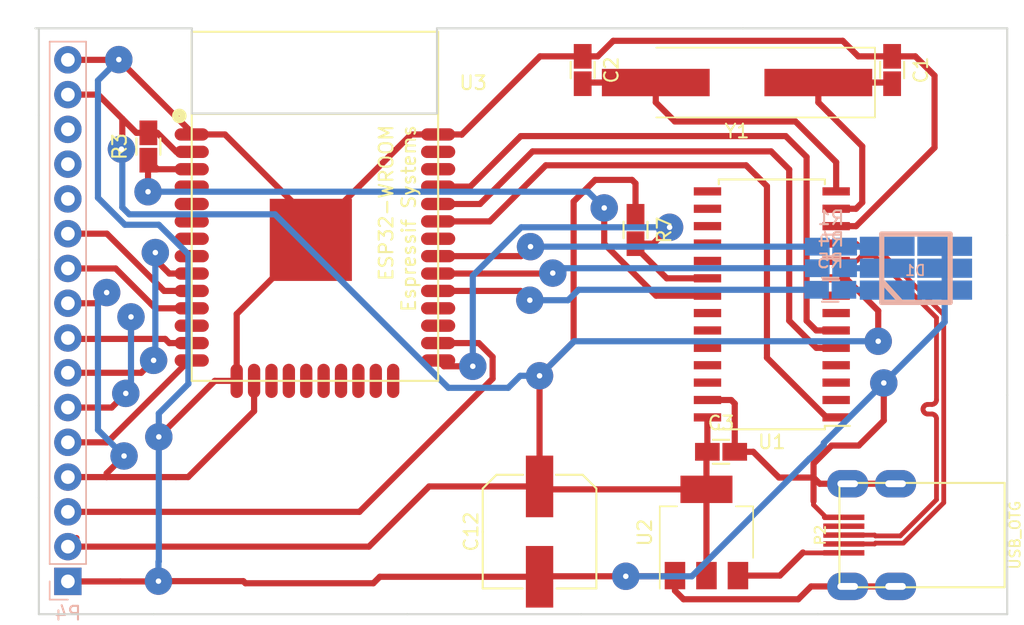
<source format=kicad_pcb>
(kicad_pcb (version 20170920) (host pcbnew "(2017-09-25 revision 6e440ff)-master")

  (general
    (thickness 1.6)
    (drawings 19)
    (tracks 328)
    (zones 0)
    (modules 16)
    (nets 64)
  )

  (page USLetter)
  (layers
    (0 F.Cu signal)
    (31 B.Cu signal)
    (32 B.Adhes user)
    (33 F.Adhes user)
    (34 B.Paste user)
    (35 F.Paste user)
    (36 B.SilkS user)
    (37 F.SilkS user)
    (38 B.Mask user)
    (39 F.Mask user)
    (40 Dwgs.User user)
    (41 Cmts.User user)
    (42 Eco1.User user)
    (43 Eco2.User user)
    (44 Edge.Cuts user)
    (45 Margin user)
    (46 B.CrtYd user)
    (47 F.CrtYd user)
    (48 B.Fab user)
    (49 F.Fab user)
  )

  (setup
    (last_trace_width 0.25)
    (user_trace_width 0.35)
    (trace_clearance 0.19)
    (zone_clearance 0.45)
    (zone_45_only no)
    (trace_min 0.2)
    (segment_width 0.2)
    (edge_width 0.15)
    (via_size 2)
    (via_drill 0.4)
    (via_min_size 1.5)
    (via_min_drill 0.3)
    (uvia_size 0.3)
    (uvia_drill 0.1)
    (uvias_allowed no)
    (uvia_min_size 0.2)
    (uvia_min_drill 0.1)
    (pcb_text_width 0.3)
    (pcb_text_size 1.5 1.5)
    (mod_edge_width 0.15)
    (mod_text_size 1 1)
    (mod_text_width 0.15)
    (pad_size 1.524 1.524)
    (pad_drill 0.762)
    (pad_to_mask_clearance 0.2)
    (aux_axis_origin 119.38 80.645)
    (visible_elements FFFFFF7F)
    (pcbplotparams
      (layerselection 0x00030_ffffffff)
      (usegerberextensions false)
      (usegerberattributes true)
      (usegerberadvancedattributes true)
      (creategerberjobfile true)
      (excludeedgelayer true)
      (linewidth 0.100000)
      (plotframeref false)
      (viasonmask false)
      (mode 1)
      (useauxorigin false)
      (hpglpennumber 1)
      (hpglpenspeed 20)
      (hpglpendiameter 15)
      (psnegative false)
      (psa4output false)
      (plotreference true)
      (plotvalue true)
      (plotinvisibletext false)
      (padsonsilk false)
      (subtractmaskfromsilk false)
      (outputformat 5)
      (mirror false)
      (drillshape 0)
      (scaleselection 1)
      (outputdirectory /Users/adam.coddington/Desktop/))
  )

  (net 0 "")
  (net 1 GND)
  (net 2 +5V)
  (net 3 "Net-(P2-Pad4)")
  (net 4 +3V3)
  (net 5 LED_BLUE)
  (net 6 LED_GREEN)
  (net 7 LED_RED)
  (net 8 MOSI)
  (net 9 SCK)
  (net 10 MISO)
  (net 11 "Net-(P4-Pad14)")
  (net 12 "Net-(P4-Pad13)")
  (net 13 "Net-(P4-Pad12)")
  (net 14 RESET_TFT)
  (net 15 A0)
  (net 16 CS_SD)
  (net 17 CS_TFT)
  (net 18 TXD)
  (net 19 RXD)
  (net 20 "Net-(U1-Pad15)")
  (net 21 "Net-(U3-Pad18)")
  (net 22 UD-)
  (net 23 UD+)
  (net 24 "Net-(C2-Pad2)")
  (net 25 "Net-(U3-Pad20)")
  (net 26 "Net-(U3-Pad19)")
  (net 27 "Net-(U3-Pad17)")
  (net 28 "Net-(U3-Pad21)")
  (net 29 "Net-(U3-Pad22)")
  (net 30 DTR)
  (net 31 RTS)
  (net 32 "Net-(C1-Pad2)")
  (net 33 "Net-(D1-Pad6)")
  (net 34 "Net-(D1-Pad5)")
  (net 35 "Net-(D1-Pad4)")
  (net 36 "Net-(U3-Pad37)")
  (net 37 "Net-(U3-Pad36)")
  (net 38 "Net-(U3-Pad32)")
  (net 39 "Net-(U3-Pad24)")
  (net 40 "Net-(U3-Pad23)")
  (net 41 "Net-(U3-Pad12)")
  (net 42 "Net-(U3-Pad8)")
  (net 43 "Net-(U3-Pad5)")
  (net 44 "Net-(U3-Pad4)")
  (net 45 "Net-(U3-Pad28)")
  (net 46 "Net-(U3-Pad6)")
  (net 47 "Net-(U3-Pad7)")
  (net 48 USB_CONNECTED)
  (net 49 "Net-(U1-Pad2)")
  (net 50 "Net-(U1-Pad3)")
  (net 51 "Net-(U1-Pad4)")
  (net 52 "Net-(U1-Pad7)")
  (net 53 "Net-(U1-Pad8)")
  (net 54 "Net-(U1-Pad16)")
  (net 55 "Net-(U1-Pad17)")
  (net 56 "Net-(U1-Pad18)")
  (net 57 "Net-(U1-Pad19)")
  (net 58 "Net-(U1-Pad22)")
  (net 59 "Net-(U1-Pad23)")
  (net 60 "Net-(U1-Pad24)")
  (net 61 "Net-(U1-Pad25)")
  (net 62 "Net-(U1-Pad26)")
  (net 63 "Net-(U3-Pad27)")

  (net_class Default "This is the default net class."
    (clearance 0.19)
    (trace_width 0.25)
    (via_dia 2)
    (via_drill 0.4)
    (uvia_dia 0.3)
    (uvia_drill 0.1)
    (add_net A0)
    (add_net CS_SD)
    (add_net CS_TFT)
    (add_net DTR)
    (add_net LED_BLUE)
    (add_net LED_GREEN)
    (add_net LED_RED)
    (add_net MISO)
    (add_net MOSI)
    (add_net "Net-(C1-Pad2)")
    (add_net "Net-(C2-Pad2)")
    (add_net "Net-(D1-Pad4)")
    (add_net "Net-(D1-Pad5)")
    (add_net "Net-(D1-Pad6)")
    (add_net "Net-(P2-Pad4)")
    (add_net "Net-(P4-Pad12)")
    (add_net "Net-(P4-Pad13)")
    (add_net "Net-(P4-Pad14)")
    (add_net "Net-(U1-Pad15)")
    (add_net "Net-(U1-Pad16)")
    (add_net "Net-(U1-Pad17)")
    (add_net "Net-(U1-Pad18)")
    (add_net "Net-(U1-Pad19)")
    (add_net "Net-(U1-Pad2)")
    (add_net "Net-(U1-Pad22)")
    (add_net "Net-(U1-Pad23)")
    (add_net "Net-(U1-Pad24)")
    (add_net "Net-(U1-Pad25)")
    (add_net "Net-(U1-Pad26)")
    (add_net "Net-(U1-Pad3)")
    (add_net "Net-(U1-Pad4)")
    (add_net "Net-(U1-Pad7)")
    (add_net "Net-(U1-Pad8)")
    (add_net "Net-(U3-Pad12)")
    (add_net "Net-(U3-Pad17)")
    (add_net "Net-(U3-Pad18)")
    (add_net "Net-(U3-Pad19)")
    (add_net "Net-(U3-Pad20)")
    (add_net "Net-(U3-Pad21)")
    (add_net "Net-(U3-Pad22)")
    (add_net "Net-(U3-Pad23)")
    (add_net "Net-(U3-Pad24)")
    (add_net "Net-(U3-Pad27)")
    (add_net "Net-(U3-Pad28)")
    (add_net "Net-(U3-Pad32)")
    (add_net "Net-(U3-Pad36)")
    (add_net "Net-(U3-Pad37)")
    (add_net "Net-(U3-Pad4)")
    (add_net "Net-(U3-Pad5)")
    (add_net "Net-(U3-Pad6)")
    (add_net "Net-(U3-Pad7)")
    (add_net "Net-(U3-Pad8)")
    (add_net RESET_TFT)
    (add_net RTS)
    (add_net RXD)
    (add_net SCK)
    (add_net TXD)
    (add_net UD+)
    (add_net UD-)
    (add_net USB_CONNECTED)
  )

  (net_class Power ""
    (clearance 0.19)
    (trace_width 0.45)
    (via_dia 2)
    (via_drill 0.4)
    (uvia_dia 0.3)
    (uvia_drill 0.1)
    (add_net +3V3)
    (add_net +5V)
    (add_net GND)
  )

  (module Pin_Headers:Pin_Header_Straight_1x16_Pitch2.54mm (layer B.Cu) (tedit 59F3E431) (tstamp 58EAE40D)
    (at 121.5 78.25)
    (descr "Through hole straight pin header, 1x16, 2.54mm pitch, single row")
    (tags "Through hole pin header THT 1x16 2.54mm single row")
    (path /58EAE691)
    (fp_text reference P4 (at 0 2.33) (layer B.SilkS)
      (effects (font (size 1 1) (thickness 0.15)) (justify mirror))
    )
    (fp_text value CONN_01X16 (at 0 -40.43) (layer B.Fab)
      (effects (font (size 1 1) (thickness 0.15)) (justify mirror))
    )
    (fp_text user %R (at 0 2.33) (layer B.Fab)
      (effects (font (size 1 1) (thickness 0.15)) (justify mirror))
    )
    (fp_line (start 1.8 1.8) (end -1.8 1.8) (layer B.CrtYd) (width 0.05))
    (fp_line (start 1.8 -39.9) (end 1.8 1.8) (layer B.CrtYd) (width 0.05))
    (fp_line (start -1.8 -39.9) (end 1.8 -39.9) (layer B.CrtYd) (width 0.05))
    (fp_line (start -1.8 1.8) (end -1.8 -39.9) (layer B.CrtYd) (width 0.05))
    (fp_line (start -1.33 1.33) (end 0 1.33) (layer B.SilkS) (width 0.12))
    (fp_line (start -1.33 0) (end -1.33 1.33) (layer B.SilkS) (width 0.12))
    (fp_line (start 1.33 -1.27) (end -1.33 -1.27) (layer B.SilkS) (width 0.12))
    (fp_line (start 1.33 -39.43) (end 1.33 -1.27) (layer B.SilkS) (width 0.12))
    (fp_line (start -1.33 -39.43) (end 1.33 -39.43) (layer B.SilkS) (width 0.12))
    (fp_line (start -1.33 -1.27) (end -1.33 -39.43) (layer B.SilkS) (width 0.12))
    (fp_line (start 1.27 1.27) (end -1.27 1.27) (layer B.Fab) (width 0.1))
    (fp_line (start 1.27 -39.37) (end 1.27 1.27) (layer B.Fab) (width 0.1))
    (fp_line (start -1.27 -39.37) (end 1.27 -39.37) (layer B.Fab) (width 0.1))
    (fp_line (start -1.27 1.27) (end -1.27 -39.37) (layer B.Fab) (width 0.1))
    (pad 16 thru_hole oval (at 0 -38.1) (size 2 2) (drill 1) (layers *.Cu *.Mask)
      (net 1 GND))
    (pad 15 thru_hole oval (at 0 -35.56) (size 2 2) (drill 1) (layers *.Cu *.Mask)
      (net 4 +3V3))
    (pad 14 thru_hole oval (at 0 -33.02) (size 2 2) (drill 1) (layers *.Cu *.Mask)
      (net 11 "Net-(P4-Pad14)"))
    (pad 13 thru_hole oval (at 0 -30.48) (size 2 2) (drill 1) (layers *.Cu *.Mask)
      (net 12 "Net-(P4-Pad13)"))
    (pad 12 thru_hole oval (at 0 -27.94) (size 2 2) (drill 1) (layers *.Cu *.Mask)
      (net 13 "Net-(P4-Pad12)"))
    (pad 11 thru_hole oval (at 0 -25.4) (size 2 2) (drill 1) (layers *.Cu *.Mask)
      (net 14 RESET_TFT))
    (pad 10 thru_hole oval (at 0 -22.86) (size 2 2) (drill 1) (layers *.Cu *.Mask)
      (net 15 A0))
    (pad 9 thru_hole oval (at 0 -20.32) (size 2 2) (drill 1) (layers *.Cu *.Mask)
      (net 8 MOSI))
    (pad 8 thru_hole oval (at 0 -17.78) (size 2 2) (drill 1) (layers *.Cu *.Mask)
      (net 9 SCK))
    (pad 7 thru_hole oval (at 0 -15.24) (size 2 2) (drill 1) (layers *.Cu *.Mask)
      (net 17 CS_TFT))
    (pad 6 thru_hole oval (at 0 -12.7) (size 2 2) (drill 1) (layers *.Cu *.Mask)
      (net 9 SCK))
    (pad 5 thru_hole oval (at 0 -10.16) (size 2 2) (drill 1) (layers *.Cu *.Mask)
      (net 10 MISO))
    (pad 4 thru_hole oval (at 0 -7.62) (size 2 2) (drill 1) (layers *.Cu *.Mask)
      (net 8 MOSI))
    (pad 3 thru_hole oval (at 0 -5.08) (size 2 2) (drill 1) (layers *.Cu *.Mask)
      (net 16 CS_SD))
    (pad 2 thru_hole oval (at 0 -2.54) (size 2 2) (drill 1) (layers *.Cu *.Mask)
      (net 4 +3V3))
    (pad 1 thru_hole rect (at 0 0) (size 2 2) (drill 1) (layers *.Cu *.Mask)
      (net 1 GND))
    (model ${KISYS3DMOD}/Pin_Headers.3dshapes/Pin_Header_Straight_1x16_Pitch2.54mm.wrl
      (at (xyz 0 -0.75 0))
      (scale (xyz 1 1 1))
      (rotate (xyz 0 0 90))
    )
  )

  (module KiCad/Housings_SOIC.pretty:SOIC-28W_7.5x17.9mm_Pitch1.27mm (layer F.Cu) (tedit 57503567) (tstamp 5A2A9941)
    (at 172.9232 58.0136 180)
    (descr "28-Lead Plastic Small Outline (SO) - Wide, 7.50 mm Body [SOIC] (see Microchip Packaging Specification 00000049BS.pdf)")
    (tags "SOIC 1.27")
    (path /59F3DECD)
    (attr smd)
    (fp_text reference U1 (at 0 -10.05 180) (layer F.SilkS)
      (effects (font (size 1 1) (thickness 0.15)))
    )
    (fp_text value CH341A (at 0 10.05 180) (layer F.Fab)
      (effects (font (size 1 1) (thickness 0.15)))
    )
    (fp_line (start -2.75 -8.95) (end 3.75 -8.95) (layer F.Fab) (width 0.15))
    (fp_line (start 3.75 -8.95) (end 3.75 8.95) (layer F.Fab) (width 0.15))
    (fp_line (start 3.75 8.95) (end -3.75 8.95) (layer F.Fab) (width 0.15))
    (fp_line (start -3.75 8.95) (end -3.75 -7.95) (layer F.Fab) (width 0.15))
    (fp_line (start -3.75 -7.95) (end -2.75 -8.95) (layer F.Fab) (width 0.15))
    (fp_line (start -5.95 -9.3) (end -5.95 9.3) (layer F.CrtYd) (width 0.05))
    (fp_line (start 5.95 -9.3) (end 5.95 9.3) (layer F.CrtYd) (width 0.05))
    (fp_line (start -5.95 -9.3) (end 5.95 -9.3) (layer F.CrtYd) (width 0.05))
    (fp_line (start -5.95 9.3) (end 5.95 9.3) (layer F.CrtYd) (width 0.05))
    (fp_line (start -3.875 -9.125) (end -3.875 -8.875) (layer F.SilkS) (width 0.15))
    (fp_line (start 3.875 -9.125) (end 3.875 -8.78) (layer F.SilkS) (width 0.15))
    (fp_line (start 3.875 9.125) (end 3.875 8.78) (layer F.SilkS) (width 0.15))
    (fp_line (start -3.875 9.125) (end -3.875 8.78) (layer F.SilkS) (width 0.15))
    (fp_line (start -3.875 -9.125) (end 3.875 -9.125) (layer F.SilkS) (width 0.15))
    (fp_line (start -3.875 9.125) (end 3.875 9.125) (layer F.SilkS) (width 0.15))
    (fp_line (start -3.875 -8.875) (end -5.7 -8.875) (layer F.SilkS) (width 0.15))
    (pad 1 smd rect (at -4.7 -8.255 180) (size 2 0.6) (layers F.Cu F.Paste F.Mask)
      (net 48 USB_CONNECTED))
    (pad 2 smd rect (at -4.7 -6.985 180) (size 2 0.6) (layers F.Cu F.Paste F.Mask)
      (net 49 "Net-(U1-Pad2)"))
    (pad 3 smd rect (at -4.7 -5.715 180) (size 2 0.6) (layers F.Cu F.Paste F.Mask)
      (net 50 "Net-(U1-Pad3)"))
    (pad 4 smd rect (at -4.7 -4.445 180) (size 2 0.6) (layers F.Cu F.Paste F.Mask)
      (net 51 "Net-(U1-Pad4)"))
    (pad 5 smd rect (at -4.7 -3.175 180) (size 2 0.6) (layers F.Cu F.Paste F.Mask)
      (net 19 RXD))
    (pad 6 smd rect (at -4.7 -1.905 180) (size 2 0.6) (layers F.Cu F.Paste F.Mask)
      (net 18 TXD))
    (pad 7 smd rect (at -4.7 -0.635 180) (size 2 0.6) (layers F.Cu F.Paste F.Mask)
      (net 52 "Net-(U1-Pad7)"))
    (pad 8 smd rect (at -4.7 0.635 180) (size 2 0.6) (layers F.Cu F.Paste F.Mask)
      (net 53 "Net-(U1-Pad8)"))
    (pad 9 smd rect (at -4.7 1.905 180) (size 2 0.6) (layers F.Cu F.Paste F.Mask)
      (net 4 +3V3))
    (pad 10 smd rect (at -4.7 3.175 180) (size 2 0.6) (layers F.Cu F.Paste F.Mask)
      (net 23 UD+))
    (pad 11 smd rect (at -4.7 4.445 180) (size 2 0.6) (layers F.Cu F.Paste F.Mask)
      (net 22 UD-))
    (pad 12 smd rect (at -4.7 5.715 180) (size 2 0.6) (layers F.Cu F.Paste F.Mask)
      (net 1 GND))
    (pad 13 smd rect (at -4.7 6.985 180) (size 2 0.6) (layers F.Cu F.Paste F.Mask)
      (net 32 "Net-(C1-Pad2)"))
    (pad 14 smd rect (at -4.7 8.255 180) (size 2 0.6) (layers F.Cu F.Paste F.Mask)
      (net 24 "Net-(C2-Pad2)"))
    (pad 15 smd rect (at 4.7 8.255 180) (size 2 0.6) (layers F.Cu F.Paste F.Mask)
      (net 20 "Net-(U1-Pad15)"))
    (pad 16 smd rect (at 4.7 6.985 180) (size 2 0.6) (layers F.Cu F.Paste F.Mask)
      (net 54 "Net-(U1-Pad16)"))
    (pad 17 smd rect (at 4.7 5.715 180) (size 2 0.6) (layers F.Cu F.Paste F.Mask)
      (net 55 "Net-(U1-Pad17)"))
    (pad 18 smd rect (at 4.7 4.445 180) (size 2 0.6) (layers F.Cu F.Paste F.Mask)
      (net 56 "Net-(U1-Pad18)"))
    (pad 19 smd rect (at 4.7 3.175 180) (size 2 0.6) (layers F.Cu F.Paste F.Mask)
      (net 57 "Net-(U1-Pad19)"))
    (pad 20 smd rect (at 4.7 1.905 180) (size 2 0.6) (layers F.Cu F.Paste F.Mask)
      (net 30 DTR))
    (pad 21 smd rect (at 4.7 0.635 180) (size 2 0.6) (layers F.Cu F.Paste F.Mask)
      (net 31 RTS))
    (pad 22 smd rect (at 4.7 -0.635 180) (size 2 0.6) (layers F.Cu F.Paste F.Mask)
      (net 58 "Net-(U1-Pad22)"))
    (pad 23 smd rect (at 4.7 -1.905 180) (size 2 0.6) (layers F.Cu F.Paste F.Mask)
      (net 59 "Net-(U1-Pad23)"))
    (pad 24 smd rect (at 4.7 -3.175 180) (size 2 0.6) (layers F.Cu F.Paste F.Mask)
      (net 60 "Net-(U1-Pad24)"))
    (pad 25 smd rect (at 4.7 -4.445 180) (size 2 0.6) (layers F.Cu F.Paste F.Mask)
      (net 61 "Net-(U1-Pad25)"))
    (pad 26 smd rect (at 4.7 -5.715 180) (size 2 0.6) (layers F.Cu F.Paste F.Mask)
      (net 62 "Net-(U1-Pad26)"))
    (pad 27 smd rect (at 4.7 -6.985 180) (size 2 0.6) (layers F.Cu F.Paste F.Mask)
      (net 1 GND))
    (pad 28 smd rect (at 4.7 -8.255 180) (size 2 0.6) (layers F.Cu F.Paste F.Mask)
      (net 4 +3V3))
    (model Housings_SOIC.3dshapes/SOIC-28_7.5x17.9mm_Pitch1.27mm.wrl
      (at (xyz 0 0 0))
      (scale (xyz 1 1 1))
      (rotate (xyz 0 0 0))
    )
  )

  (module coddingtonbear/coddingtonbear.pretty:0805_Milling (layer F.Cu) (tedit 59DB0152) (tstamp 59FE1B29)
    (at 162.9664 52.578 270)
    (descr "Resistor SMD 0805, reflow soldering, Vishay (see dcrcw.pdf)")
    (tags "resistor 0805")
    (path /59DA6E4B)
    (attr smd)
    (fp_text reference R7 (at 0 -2.1 270) (layer F.SilkS)
      (effects (font (size 1 1) (thickness 0.15)))
    )
    (fp_text value 10k (at 0 2.1 270) (layer F.Fab)
      (effects (font (size 1 1) (thickness 0.15)))
    )
    (fp_line (start 0.6 0.875) (end -0.6 0.875) (layer F.SilkS) (width 0.15))
    (fp_line (start -0.6 -0.875) (end 0.6 -0.875) (layer F.SilkS) (width 0.15))
    (pad 1 smd rect (at -1 0 270) (size 1.8 1.3) (layers F.Cu F.Paste F.Mask)
      (net 4 +3V3))
    (pad 2 smd rect (at 1 0 270) (size 1.8 1.3) (layers F.Cu F.Paste F.Mask)
      (net 30 DTR))
    (model Resistors_SMD.3dshapes/R_0805.wrl
      (at (xyz 0 0 0))
      (scale (xyz 1 1 1))
      (rotate (xyz 0 0 0))
    )
  )

  (module coddingtonbear/coddingtonbear.pretty:0805_Milling (layer B.Cu) (tedit 59DB0152) (tstamp 5A83034C)
    (at 177.2412 53.7972 180)
    (descr "Resistor SMD 0805, reflow soldering, Vishay (see dcrcw.pdf)")
    (tags "resistor 0805")
    (path /59F2E35C)
    (attr smd)
    (fp_text reference R1 (at 0 2.1 180) (layer B.SilkS)
      (effects (font (size 1 1) (thickness 0.15)) (justify mirror))
    )
    (fp_text value 10 (at 0 -2.1 180) (layer B.Fab)
      (effects (font (size 1 1) (thickness 0.15)) (justify mirror))
    )
    (fp_line (start 0.6 -0.875) (end -0.6 -0.875) (layer B.SilkS) (width 0.15))
    (fp_line (start -0.6 0.875) (end 0.6 0.875) (layer B.SilkS) (width 0.15))
    (pad 1 smd rect (at -1 0 180) (size 1.8 1.3) (layers B.Cu B.Paste B.Mask)
      (net 35 "Net-(D1-Pad4)"))
    (pad 2 smd rect (at 1 0 180) (size 1.8 1.3) (layers B.Cu B.Paste B.Mask)
      (net 5 LED_BLUE))
    (model Resistors_SMD.3dshapes/R_0805.wrl
      (at (xyz 0 0 0))
      (scale (xyz 1 1 1))
      (rotate (xyz 0 0 0))
    )
  )

  (module coddingtonbear/coddingtonbear.pretty:0805_Milling (layer B.Cu) (tedit 59DB0152) (tstamp 5A223102)
    (at 177.2412 55.372 180)
    (descr "Resistor SMD 0805, reflow soldering, Vishay (see dcrcw.pdf)")
    (tags "resistor 0805")
    (path /59F2E3A3)
    (attr smd)
    (fp_text reference R4 (at 0 2.1 180) (layer B.SilkS)
      (effects (font (size 1 1) (thickness 0.15)) (justify mirror))
    )
    (fp_text value 10 (at 0 -2.1 180) (layer B.Fab)
      (effects (font (size 1 1) (thickness 0.15)) (justify mirror))
    )
    (fp_line (start 0.6 -0.875) (end -0.6 -0.875) (layer B.SilkS) (width 0.15))
    (fp_line (start -0.6 0.875) (end 0.6 0.875) (layer B.SilkS) (width 0.15))
    (pad 1 smd rect (at -1 0 180) (size 1.8 1.3) (layers B.Cu B.Paste B.Mask)
      (net 34 "Net-(D1-Pad5)"))
    (pad 2 smd rect (at 1 0 180) (size 1.8 1.3) (layers B.Cu B.Paste B.Mask)
      (net 6 LED_GREEN))
    (model Resistors_SMD.3dshapes/R_0805.wrl
      (at (xyz 0 0 0))
      (scale (xyz 1 1 1))
      (rotate (xyz 0 0 0))
    )
  )

  (module coddingtonbear/coddingtonbear.pretty:0805_Milling (layer F.Cu) (tedit 59DB0152) (tstamp 5A2230FA)
    (at 127.381 46.482 90)
    (descr "Resistor SMD 0805, reflow soldering, Vishay (see dcrcw.pdf)")
    (tags "resistor 0805")
    (path /59DA5BE7)
    (attr smd)
    (fp_text reference R3 (at 0 -2.1 90) (layer F.SilkS)
      (effects (font (size 1 1) (thickness 0.15)))
    )
    (fp_text value 10k (at 0 2.1 90) (layer F.Fab)
      (effects (font (size 1 1) (thickness 0.15)))
    )
    (fp_line (start 0.6 0.875) (end -0.6 0.875) (layer F.SilkS) (width 0.15))
    (fp_line (start -0.6 -0.875) (end 0.6 -0.875) (layer F.SilkS) (width 0.15))
    (pad 1 smd rect (at -1 0 90) (size 1.8 1.3) (layers F.Cu F.Paste F.Mask)
      (net 31 RTS))
    (pad 2 smd rect (at 1 0 90) (size 1.8 1.3) (layers F.Cu F.Paste F.Mask)
      (net 4 +3V3))
    (model Resistors_SMD.3dshapes/R_0805.wrl
      (at (xyz 0 0 0))
      (scale (xyz 1 1 1))
      (rotate (xyz 0 0 0))
    )
  )

  (module coddingtonbear/coddingtonbear.pretty:0805_Milling (layer B.Cu) (tedit 59DB0152) (tstamp 59FE1B19)
    (at 177.1904 56.9468 180)
    (descr "Resistor SMD 0805, reflow soldering, Vishay (see dcrcw.pdf)")
    (tags "resistor 0805")
    (path /59F2E3DC)
    (attr smd)
    (fp_text reference R5 (at 0 2.1 180) (layer B.SilkS)
      (effects (font (size 1 1) (thickness 0.15)) (justify mirror))
    )
    (fp_text value 150 (at 0 -2.1 180) (layer B.Fab)
      (effects (font (size 1 1) (thickness 0.15)) (justify mirror))
    )
    (fp_line (start 0.6 -0.875) (end -0.6 -0.875) (layer B.SilkS) (width 0.15))
    (fp_line (start -0.6 0.875) (end 0.6 0.875) (layer B.SilkS) (width 0.15))
    (pad 1 smd rect (at -1 0 180) (size 1.8 1.3) (layers B.Cu B.Paste B.Mask)
      (net 33 "Net-(D1-Pad6)"))
    (pad 2 smd rect (at 1 0 180) (size 1.8 1.3) (layers B.Cu B.Paste B.Mask)
      (net 7 LED_RED))
    (model Resistors_SMD.3dshapes/R_0805.wrl
      (at (xyz 0 0 0))
      (scale (xyz 1 1 1))
      (rotate (xyz 0 0 0))
    )
  )

  (module coddingtonbear/coddingtonbear.pretty:0805_Milling (layer F.Cu) (tedit 59DB0152) (tstamp 59FE1ACC)
    (at 169.2148 68.7832)
    (descr "Resistor SMD 0805, reflow soldering, Vishay (see dcrcw.pdf)")
    (tags "resistor 0805")
    (path /59F2A45F)
    (attr smd)
    (fp_text reference C3 (at 0 -2.1) (layer F.SilkS)
      (effects (font (size 1 1) (thickness 0.15)))
    )
    (fp_text value 0.1u (at 0 2.1) (layer F.Fab)
      (effects (font (size 1 1) (thickness 0.15)))
    )
    (fp_line (start 0.6 0.875) (end -0.6 0.875) (layer F.SilkS) (width 0.15))
    (fp_line (start -0.6 -0.875) (end 0.6 -0.875) (layer F.SilkS) (width 0.15))
    (pad 1 smd rect (at -1 0) (size 1.8 1.3) (layers F.Cu F.Paste F.Mask)
      (net 4 +3V3))
    (pad 2 smd rect (at 1 0) (size 1.8 1.3) (layers F.Cu F.Paste F.Mask)
      (net 1 GND))
    (model Resistors_SMD.3dshapes/R_0805.wrl
      (at (xyz 0 0 0))
      (scale (xyz 1 1 1))
      (rotate (xyz 0 0 0))
    )
  )

  (module coddingtonbear/coddingtonbear.pretty:0805_Milling (layer F.Cu) (tedit 59F3E108) (tstamp 59FE1AC5)
    (at 159.1056 40.894 270)
    (descr "Resistor SMD 0805, reflow soldering, Vishay (see dcrcw.pdf)")
    (tags "resistor 0805")
    (path /59D962BF)
    (attr smd)
    (fp_text reference C2 (at 0 -2.1 270) (layer F.SilkS)
      (effects (font (size 1 1) (thickness 0.15)))
    )
    (fp_text value 22p (at 0 2.1 270) (layer F.Fab)
      (effects (font (size 1 1) (thickness 0.15)))
    )
    (fp_line (start 0.6 0.875) (end -0.6 0.875) (layer F.SilkS) (width 0.15))
    (fp_line (start -0.6 -0.875) (end 0.6 -0.875) (layer F.SilkS) (width 0.15))
    (pad 1 smd rect (at -1 0 270) (size 1.8 1.3) (layers F.Cu F.Paste F.Mask)
      (net 1 GND))
    (pad 2 smd rect (at 1 0 270) (size 1.8 1.3) (layers F.Cu F.Paste F.Mask)
      (net 24 "Net-(C2-Pad2)"))
    (model Resistors_SMD.3dshapes/R_0805.wrl
      (at (xyz 0 0 0))
      (scale (xyz 1 1 1))
      (rotate (xyz 0 0 0))
    )
  )

  (module coddingtonbear/coddingtonbear.pretty:0805_Milling (layer F.Cu) (tedit 59DB0152) (tstamp 59FE1ABE)
    (at 181.7116 40.894 270)
    (descr "Resistor SMD 0805, reflow soldering, Vishay (see dcrcw.pdf)")
    (tags "resistor 0805")
    (path /59D96260)
    (attr smd)
    (fp_text reference C1 (at 0 -2.1 270) (layer F.SilkS)
      (effects (font (size 1 1) (thickness 0.15)))
    )
    (fp_text value 22p (at 0 2.1 270) (layer F.Fab)
      (effects (font (size 1 1) (thickness 0.15)))
    )
    (fp_line (start 0.6 0.875) (end -0.6 0.875) (layer F.SilkS) (width 0.15))
    (fp_line (start -0.6 -0.875) (end 0.6 -0.875) (layer F.SilkS) (width 0.15))
    (pad 1 smd rect (at -1 0 270) (size 1.8 1.3) (layers F.Cu F.Paste F.Mask)
      (net 1 GND))
    (pad 2 smd rect (at 1 0 270) (size 1.8 1.3) (layers F.Cu F.Paste F.Mask)
      (net 32 "Net-(C1-Pad2)"))
    (model Resistors_SMD.3dshapes/R_0805.wrl
      (at (xyz 0 0 0))
      (scale (xyz 1 1 1))
      (rotate (xyz 0 0 0))
    )
  )

  (module adamjvr/ESP32-kiCAD-Footprints/ESP32-Footprints/ESP32-footprints-Lib.pretty:ESP32-WROOM (layer F.Cu) (tedit 57D08EA8) (tstamp 5A8303A6)
    (at 139.5476 50.8508 180)
    (path /59F2B570)
    (fp_text reference U3 (at -11.557 9.017 180) (layer F.SilkS)
      (effects (font (size 1 1) (thickness 0.15)))
    )
    (fp_text value ESP32-WROOM (at 5.715 14.224 180) (layer F.Fab)
      (effects (font (size 1 1) (thickness 0.15)))
    )
    (fp_text user "Espressif Systems" (at -6.858 -0.889 270) (layer F.SilkS)
      (effects (font (size 1 1) (thickness 0.15)))
    )
    (fp_circle (center 9.906 6.604) (end 10.033 6.858) (layer F.SilkS) (width 0.5))
    (fp_text user ESP32-WROOM (at -5.207 0.254 270) (layer F.SilkS)
      (effects (font (size 1 1) (thickness 0.15)))
    )
    (fp_line (start -9 6.75) (end 9 6.75) (layer F.SilkS) (width 0.15))
    (fp_line (start 9 12.75) (end 9 -12.75) (layer F.SilkS) (width 0.15))
    (fp_line (start -9 12.75) (end -9 -12.75) (layer F.SilkS) (width 0.15))
    (fp_line (start -9 -12.75) (end 9 -12.75) (layer F.SilkS) (width 0.15))
    (fp_line (start -9 12.75) (end 9 12.75) (layer F.SilkS) (width 0.15))
    (pad 38 smd oval (at -9 5.25 180) (size 2.5 0.9) (layers F.Cu F.Paste F.Mask)
      (net 1 GND))
    (pad 37 smd oval (at -9 3.98 180) (size 2.5 0.9) (layers F.Cu F.Paste F.Mask)
      (net 36 "Net-(U3-Pad37)"))
    (pad 36 smd oval (at -9 2.71 180) (size 2.5 0.9) (layers F.Cu F.Paste F.Mask)
      (net 37 "Net-(U3-Pad36)"))
    (pad 35 smd oval (at -9 1.44 180) (size 2.5 0.9) (layers F.Cu F.Paste F.Mask)
      (net 18 TXD))
    (pad 34 smd oval (at -9 0.17 180) (size 2.5 0.9) (layers F.Cu F.Paste F.Mask)
      (net 19 RXD))
    (pad 33 smd oval (at -9 -1.1 180) (size 2.5 0.9) (layers F.Cu F.Paste F.Mask)
      (net 48 USB_CONNECTED))
    (pad 32 smd oval (at -9 -2.37 180) (size 2.5 0.9) (layers F.Cu F.Paste F.Mask)
      (net 38 "Net-(U3-Pad32)"))
    (pad 31 smd oval (at -9 -3.64 180) (size 2.5 0.9) (layers F.Cu F.Paste F.Mask)
      (net 5 LED_BLUE))
    (pad 30 smd oval (at -9 -4.91 180) (size 2.5 0.9) (layers F.Cu F.Paste F.Mask)
      (net 6 LED_GREEN))
    (pad 29 smd oval (at -9 -6.18 180) (size 2.5 0.9) (layers F.Cu F.Paste F.Mask)
      (net 7 LED_RED))
    (pad 28 smd oval (at -9 -7.45 180) (size 2.5 0.9) (layers F.Cu F.Paste F.Mask)
      (net 45 "Net-(U3-Pad28)"))
    (pad 27 smd oval (at -9 -8.72 180) (size 2.5 0.9) (layers F.Cu F.Paste F.Mask)
      (net 63 "Net-(U3-Pad27)"))
    (pad 26 smd oval (at -9 -9.99 180) (size 2.5 0.9) (layers F.Cu F.Paste F.Mask)
      (net 16 CS_SD))
    (pad 25 smd oval (at -9 -11.26 180) (size 2.5 0.9) (layers F.Cu F.Paste F.Mask)
      (net 30 DTR))
    (pad 24 smd oval (at -5.715 -12.75 180) (size 0.9 2.5) (layers F.Cu F.Paste F.Mask)
      (net 39 "Net-(U3-Pad24)"))
    (pad 23 smd oval (at -4.445 -12.75 180) (size 0.9 2.5) (layers F.Cu F.Paste F.Mask)
      (net 40 "Net-(U3-Pad23)"))
    (pad 22 smd oval (at -3.175 -12.75 180) (size 0.9 2.5) (layers F.Cu F.Paste F.Mask)
      (net 29 "Net-(U3-Pad22)"))
    (pad 21 smd oval (at -1.905 -12.75 180) (size 0.9 2.5) (layers F.Cu F.Paste F.Mask)
      (net 28 "Net-(U3-Pad21)"))
    (pad 20 smd oval (at -0.635 -12.75 180) (size 0.9 2.5) (layers F.Cu F.Paste F.Mask)
      (net 25 "Net-(U3-Pad20)"))
    (pad 19 smd oval (at 0.635 -12.75 180) (size 0.9 2.5) (layers F.Cu F.Paste F.Mask)
      (net 26 "Net-(U3-Pad19)"))
    (pad 18 smd oval (at 1.905 -12.75 180) (size 0.9 2.5) (layers F.Cu F.Paste F.Mask)
      (net 21 "Net-(U3-Pad18)"))
    (pad 17 smd oval (at 3.175 -12.75 180) (size 0.9 2.5) (layers F.Cu F.Paste F.Mask)
      (net 27 "Net-(U3-Pad17)"))
    (pad 16 smd oval (at 4.445 -12.75 180) (size 0.9 2.5) (layers F.Cu F.Paste F.Mask)
      (net 8 MOSI))
    (pad 15 smd oval (at 5.715 -12.75 180) (size 0.9 2.5) (layers F.Cu F.Paste F.Mask)
      (net 1 GND))
    (pad 14 smd oval (at 9 -11.26 180) (size 2.5 0.9) (layers F.Cu F.Paste F.Mask)
      (net 10 MISO))
    (pad 13 smd oval (at 9 -9.99 180) (size 2.5 0.9) (layers F.Cu F.Paste F.Mask)
      (net 9 SCK))
    (pad 12 smd oval (at 9 -8.72 180) (size 2.5 0.9) (layers F.Cu F.Paste F.Mask)
      (net 41 "Net-(U3-Pad12)"))
    (pad 11 smd oval (at 9 -7.45 180) (size 2.5 0.9) (layers F.Cu F.Paste F.Mask)
      (net 15 A0))
    (pad 10 smd oval (at 9 -6.18 180) (size 2.5 0.9) (layers F.Cu F.Paste F.Mask)
      (net 14 RESET_TFT))
    (pad 9 smd oval (at 9 -4.91 180) (size 2.5 0.9) (layers F.Cu F.Paste F.Mask)
      (net 17 CS_TFT))
    (pad 8 smd oval (at 9 -3.64 180) (size 2.5 0.9) (layers F.Cu F.Paste F.Mask)
      (net 42 "Net-(U3-Pad8)"))
    (pad 7 smd oval (at 9 -2.37 180) (size 2.5 0.9) (layers F.Cu F.Paste F.Mask)
      (net 47 "Net-(U3-Pad7)"))
    (pad 6 smd oval (at 9 -1.1 180) (size 2.5 0.9) (layers F.Cu F.Paste F.Mask)
      (net 46 "Net-(U3-Pad6)"))
    (pad 5 smd oval (at 9 0.17 180) (size 2.5 0.9) (layers F.Cu F.Paste F.Mask)
      (net 43 "Net-(U3-Pad5)"))
    (pad 4 smd oval (at 9 1.44 180) (size 2.5 0.9) (layers F.Cu F.Paste F.Mask)
      (net 44 "Net-(U3-Pad4)"))
    (pad 3 smd oval (at 9 2.71 180) (size 2.5 0.9) (layers F.Cu F.Paste F.Mask)
      (net 31 RTS))
    (pad 2 smd oval (at 9 3.98 180) (size 2.5 0.9) (layers F.Cu F.Paste F.Mask)
      (net 4 +3V3))
    (pad 1 smd oval (at 9 5.25 180) (size 2.5 0.9) (layers F.Cu F.Paste F.Mask)
      (net 1 GND))
    (pad 39 smd rect (at 0.3 -2.45 180) (size 6 6) (layers F.Cu F.Paste F.Mask)
      (net 1 GND))
  )

  (module coddingtonbear/coddingtonbear.pretty:UJ2-MIBH-4-SMT (layer F.Cu) (tedit 59D18952) (tstamp 5A5858D9)
    (at 177.8635 74.8665 90)
    (path /58EAD0A2)
    (fp_text reference P2 (at 0 -1.397 90) (layer F.SilkS)
      (effects (font (size 0.762 0.762) (thickness 0.127)))
    )
    (fp_text value USB_OTG (at 0 12.827 90) (layer F.SilkS)
      (effects (font (size 0.762 0.762) (thickness 0.127)))
    )
    (fp_line (start 3.81 0) (end 3.81 12.065) (layer F.SilkS) (width 0.15))
    (fp_line (start -3.81 0) (end 3.81 0) (layer F.SilkS) (width 0.15))
    (fp_line (start -3.81 12.065) (end 3.81 12.065) (layer F.SilkS) (width 0.15))
    (fp_line (start -3.81 0) (end -3.81 12.065) (layer F.SilkS) (width 0.15))
    (pad 6 thru_hole oval (at 3.75 4.1 90) (size 2 3) (drill oval 0.5 1.5) (layers *.Cu *.Mask)
      (net 1 GND))
    (pad 5 smd rect (at 1.29794 0.32004 90) (size 0.39878 3) (layers F.Cu F.Paste F.Mask)
      (net 1 GND) (clearance 0.2032))
    (pad 4 smd rect (at 0.6477 0.32004 90) (size 0.39878 3) (layers F.Cu F.Paste F.Mask)
      (net 3 "Net-(P2-Pad4)") (clearance 0.2032))
    (pad 3 smd rect (at 0 0.32004 90) (size 0.39878 3) (layers F.Cu F.Paste F.Mask)
      (net 23 UD+) (clearance 0.2032))
    (pad 2 smd rect (at -0.6477 0.32004 90) (size 0.39878 3) (layers F.Cu F.Paste F.Mask)
      (net 22 UD-) (clearance 0.2032))
    (pad 1 smd rect (at -1.29794 0.32004 90) (size 0.39878 3) (layers F.Cu F.Paste F.Mask)
      (net 2 +5V) (clearance 0.2032))
    (pad 6 thru_hole oval (at -3.75 0.6 90) (size 2 3) (drill oval 0.5 1.5) (layers *.Cu *.Mask)
      (net 1 GND))
    (pad 6 thru_hole oval (at 3.75 0.6 90) (size 2 3) (drill oval 0.5 1.5) (layers *.Cu *.Mask)
      (net 1 GND))
    (pad 6 thru_hole oval (at -3.75 4.1 90) (size 2 3) (drill oval 0.5 1.5) (layers *.Cu *.Mask)
      (net 1 GND))
  )

  (module KiCad/Crystals.pretty:Crystal_SMD_HC49-SD_HandSoldering (layer F.Cu) (tedit 5873B462) (tstamp 5A5EF642)
    (at 170.3832 41.8084 180)
    (descr "SMD Crystal HC-49-SD http://cdn-reichelt.de/documents/datenblatt/B400/xxx-HC49-SMD.pdf, hand-soldering, 11.4x4.7mm^2 package")
    (tags "SMD SMT crystal hand-soldering")
    (path /58EAC422)
    (attr smd)
    (fp_text reference Y1 (at 0 -3.55 180) (layer F.SilkS)
      (effects (font (size 1 1) (thickness 0.15)))
    )
    (fp_text value 12M (at 0 3.55 180) (layer F.Fab)
      (effects (font (size 1 1) (thickness 0.15)))
    )
    (fp_arc (start -3.015 0) (end -3.015 -2.115) (angle -180) (layer F.Fab) (width 0.1))
    (fp_arc (start 3.015 0) (end 3.015 -2.115) (angle 180) (layer F.Fab) (width 0.1))
    (fp_line (start -5.7 -2.35) (end -5.7 2.35) (layer F.Fab) (width 0.1))
    (fp_line (start -5.7 2.35) (end 5.7 2.35) (layer F.Fab) (width 0.1))
    (fp_line (start 5.7 2.35) (end 5.7 -2.35) (layer F.Fab) (width 0.1))
    (fp_line (start 5.7 -2.35) (end -5.7 -2.35) (layer F.Fab) (width 0.1))
    (fp_line (start -3.015 -2.115) (end 3.015 -2.115) (layer F.Fab) (width 0.1))
    (fp_line (start -3.015 2.115) (end 3.015 2.115) (layer F.Fab) (width 0.1))
    (fp_line (start 5.9 -2.55) (end -10.075 -2.55) (layer F.SilkS) (width 0.12))
    (fp_line (start -10.075 -2.55) (end -10.075 2.55) (layer F.SilkS) (width 0.12))
    (fp_line (start -10.075 2.55) (end 5.9 2.55) (layer F.SilkS) (width 0.12))
    (fp_line (start -10.2 -2.6) (end -10.2 2.6) (layer F.CrtYd) (width 0.05))
    (fp_line (start -10.2 2.6) (end 10.2 2.6) (layer F.CrtYd) (width 0.05))
    (fp_line (start 10.2 2.6) (end 10.2 -2.6) (layer F.CrtYd) (width 0.05))
    (fp_line (start 10.2 -2.6) (end -10.2 -2.6) (layer F.CrtYd) (width 0.05))
    (pad 1 smd rect (at -5.9375 0 180) (size 7.875 2) (layers F.Cu F.Mask)
      (net 32 "Net-(C1-Pad2)"))
    (pad 2 smd rect (at 5.9375 0 180) (size 7.875 2) (layers F.Cu F.Mask)
      (net 24 "Net-(C2-Pad2)"))
    (model Crystals.3dshapes/Crystal_SMD_HC49-SD_HandSoldering.wrl
      (at (xyz 0 0 0))
      (scale (xyz 1 1 1))
      (rotate (xyz 0 0 0))
    )
  )

  (module coddingtonbear/coddingtonbear.pretty:SLV6A-FKB-MILLING (layer B.Cu) (tedit 59F20E04) (tstamp 5A3ADF97)
    (at 183.4515 55.372 180)
    (path /58EAF025)
    (fp_text reference D1 (at 0.05334 -0.16256 180) (layer B.SilkS)
      (effects (font (size 0.762 0.762) (thickness 0.127)) (justify mirror))
    )
    (fp_text value LED_RGB (at 0 -3.429 180) (layer B.SilkS) hide
      (effects (font (size 0.762 0.762) (thickness 0.127)) (justify mirror))
    )
    (fp_line (start 1.143 -2.413) (end 2.413 -1.016) (layer B.SilkS) (width 0.381))
    (fp_line (start -2.49936 -2.49936) (end -2.49936 2.49936) (layer B.SilkS) (width 0.381))
    (fp_line (start -2.49936 2.49936) (end 2.49936 2.49936) (layer B.SilkS) (width 0.381))
    (fp_line (start 2.49936 2.49936) (end 2.49936 -2.49936) (layer B.SilkS) (width 0.381))
    (fp_line (start 2.49936 -2.49936) (end -2.49936 -2.49936) (layer B.SilkS) (width 0.381))
    (pad 3 smd rect (at -2.1 1.6002 90) (size 1.4 4) (layers B.Cu B.Paste B.Mask)
      (net 1 GND))
    (pad 2 smd rect (at -2.1 0 90) (size 1.4 4) (layers B.Cu B.Paste B.Mask)
      (net 1 GND))
    (pad 1 smd rect (at -2.1 -1.6002 90) (size 1.4 4) (layers B.Cu B.Paste B.Mask)
      (net 1 GND))
    (pad 6 smd rect (at 2.1 -1.6002 90) (size 1.4 4) (layers B.Cu B.Paste B.Mask)
      (net 33 "Net-(D1-Pad6)"))
    (pad 5 smd rect (at 2.1 0 90) (size 1.4 4) (layers B.Cu B.Paste B.Mask)
      (net 34 "Net-(D1-Pad5)"))
    (pad 4 smd rect (at 2.1 1.6002 90) (size 1.4 4) (layers B.Cu B.Paste B.Mask)
      (net 35 "Net-(D1-Pad4)"))
  )

  (module ohdsp/KiCad-Libs/MyKiCadLibs-Footprints.pretty:CAP-SMD-SIZE-F (layer F.Cu) (tedit 55A24DE7) (tstamp 5A464C2E)
    (at 155.956 74.6125)
    (path /58FCF5C8)
    (fp_text reference C12 (at -5 0 90) (layer F.SilkS)
      (effects (font (size 1 1) (thickness 0.15)))
    )
    (fp_text value 1000u (at 5 0 90) (layer F.Fab) hide
      (effects (font (size 1 1) (thickness 0.15)))
    )
    (fp_line (start -4.15 4.15) (end -1.25 4.15) (layer F.SilkS) (width 0.15))
    (fp_line (start 4.15 4.15) (end 1.25 4.15) (layer F.SilkS) (width 0.15))
    (fp_line (start -3.15 -4.15) (end -1.2 -4.15) (layer F.SilkS) (width 0.15))
    (fp_line (start 3.15 -4.15) (end 1.2 -4.15) (layer F.SilkS) (width 0.15))
    (fp_line (start 4.15 0) (end 4.15 -3.15) (layer F.SilkS) (width 0.15))
    (fp_line (start 4.15 -3.15) (end 3.15 -4.15) (layer F.SilkS) (width 0.15))
    (fp_line (start -3.15 -4.15) (end -4.15 -3.15) (layer F.SilkS) (width 0.15))
    (fp_line (start -4.15 -3.15) (end -4.15 0.05) (layer F.SilkS) (width 0.15))
    (fp_line (start -4.15 0) (end -4.15 4.15) (layer F.SilkS) (width 0.15))
    (fp_line (start 4.15 4.15) (end 4.15 0) (layer F.SilkS) (width 0.15))
    (pad 1 smd rect (at 0 -3.3) (size 2 4.5) (layers F.Cu F.Paste F.Mask)
      (net 4 +3V3))
    (pad 2 smd rect (at 0 3.3) (size 2 4.5) (layers F.Cu F.Paste F.Mask)
      (net 1 GND))
  )

  (module TO_SOT_Packages_SMD:SOT-223 (layer F.Cu) (tedit 58CE4E7E) (tstamp 58EAE36F)
    (at 168.148 74.676 90)
    (descr "module CMS SOT223 4 pins")
    (tags "CMS SOT")
    (path /58EAED93)
    (attr smd)
    (fp_text reference U2 (at 0 -4.5 90) (layer F.SilkS)
      (effects (font (size 1 1) (thickness 0.15)))
    )
    (fp_text value AP111733 (at 0 4.5 90) (layer F.Fab)
      (effects (font (size 1 1) (thickness 0.15)))
    )
    (fp_line (start 1.85 -3.35) (end 1.85 3.35) (layer F.Fab) (width 0.1))
    (fp_line (start -1.85 3.35) (end 1.85 3.35) (layer F.Fab) (width 0.1))
    (fp_line (start -4.1 -3.41) (end 1.91 -3.41) (layer F.SilkS) (width 0.12))
    (fp_line (start -0.8 -3.35) (end 1.85 -3.35) (layer F.Fab) (width 0.1))
    (fp_line (start -1.85 3.41) (end 1.91 3.41) (layer F.SilkS) (width 0.12))
    (fp_line (start -1.85 -2.3) (end -1.85 3.35) (layer F.Fab) (width 0.1))
    (fp_line (start -4.4 -3.6) (end -4.4 3.6) (layer F.CrtYd) (width 0.05))
    (fp_line (start -4.4 3.6) (end 4.4 3.6) (layer F.CrtYd) (width 0.05))
    (fp_line (start 4.4 3.6) (end 4.4 -3.6) (layer F.CrtYd) (width 0.05))
    (fp_line (start 4.4 -3.6) (end -4.4 -3.6) (layer F.CrtYd) (width 0.05))
    (fp_line (start 1.91 -3.41) (end 1.91 -2.15) (layer F.SilkS) (width 0.12))
    (fp_line (start 1.91 3.41) (end 1.91 2.15) (layer F.SilkS) (width 0.12))
    (fp_line (start -1.85 -2.3) (end -0.8 -3.35) (layer F.Fab) (width 0.1))
    (fp_text user %R (at 0 0 90) (layer F.Fab)
      (effects (font (size 0.8 0.8) (thickness 0.12)))
    )
    (pad 1 smd rect (at -3.15 -2.3 90) (size 2 1.5) (layers F.Cu F.Paste F.Mask)
      (net 1 GND))
    (pad 3 smd rect (at -3.15 2.3 90) (size 2 1.5) (layers F.Cu F.Paste F.Mask)
      (net 2 +5V))
    (pad 2 smd rect (at -3.15 0 90) (size 2 1.5) (layers F.Cu F.Paste F.Mask)
      (net 4 +3V3))
    (pad 4 smd rect (at 3.15 0 90) (size 2 3.8) (layers F.Cu F.Paste F.Mask)
      (net 4 +3V3))
    (model ${KISYS3DMOD}/TO_SOT_Packages_SMD.3dshapes/SOT-223.wrl
      (at (xyz 0 0 0))
      (scale (xyz 1 1 1))
      (rotate (xyz 0 0 0))
    )
  )

  (gr_line (start 130.556 44.069) (end 130.556 37.846) (angle 90) (layer Edge.Cuts) (width 0.15))
  (gr_line (start 148.463 44.069) (end 130.556 44.069) (angle 90) (layer Edge.Cuts) (width 0.15))
  (gr_line (start 148.463 37.846) (end 148.463 44.069) (angle 90) (layer Edge.Cuts) (width 0.15))
  (gr_line (start 119.38 44.196) (end 119.38 37.846) (angle 90) (layer Edge.Cuts) (width 0.15))
  (gr_line (start 119.38 54.737) (end 119.38 44.196) (angle 90) (layer Edge.Cuts) (width 0.15))
  (gr_line (start 119.38 65.405) (end 119.38 54.737) (angle 90) (layer Edge.Cuts) (width 0.15))
  (gr_line (start 119.38 72.136) (end 119.38 65.405) (angle 90) (layer Edge.Cuts) (width 0.15))
  (gr_line (start 119.38 80.645) (end 119.38 72.136) (angle 90) (layer Edge.Cuts) (width 0.15))
  (gr_line (start 127.762 80.645) (end 119.38 80.645) (angle 90) (layer Edge.Cuts) (width 0.15))
  (gr_line (start 146.304 80.645) (end 127.762 80.645) (angle 90) (layer Edge.Cuts) (width 0.15))
  (gr_line (start 159.004 80.645) (end 146.304 80.645) (angle 90) (layer Edge.Cuts) (width 0.15))
  (gr_line (start 176.276 80.645) (end 159.004 80.645) (angle 90) (layer Edge.Cuts) (width 0.15))
  (gr_line (start 190.119 80.645) (end 176.276 80.645) (angle 90) (layer Edge.Cuts) (width 0.15))
  (gr_line (start 190.119 64.643) (end 190.119 80.645) (angle 90) (layer Edge.Cuts) (width 0.15))
  (gr_line (start 190.119 52.959) (end 190.119 64.643) (angle 90) (layer Edge.Cuts) (width 0.15))
  (gr_line (start 190.119 37.846) (end 190.119 52.959) (angle 90) (layer Edge.Cuts) (width 0.15))
  (gr_line (start 170.815 37.846) (end 190.119 37.846) (angle 90) (layer Edge.Cuts) (width 0.15))
  (gr_line (start 148.463 37.846) (end 170.815 37.846) (angle 90) (layer Edge.Cuts) (width 0.15))
  (gr_line (start 119.126 37.846) (end 130.556 37.846) (angle 90) (layer Edge.Cuts) (width 0.15))

  (segment (start 134.4676 78.3844) (end 134.3152 78.232) (width 0.45) (layer F.Cu) (net 1))
  (segment (start 134.3152 78.232) (end 128.1176 78.232) (width 0.45) (layer F.Cu) (net 1))
  (segment (start 128.1176 78.232) (end 128.1176 76.817787) (width 0.45) (layer B.Cu) (net 1))
  (segment (start 128.1176 76.817787) (end 128.143 76.792387) (width 0.45) (layer B.Cu) (net 1))
  (segment (start 128.143 76.792387) (end 128.143 75.438) (width 0.45) (layer B.Cu) (net 1))
  (segment (start 125.331 78.25) (end 128.0996 78.25) (width 0.45) (layer F.Cu) (net 1))
  (segment (start 128.0996 78.25) (end 128.1176 78.232) (width 0.45) (layer F.Cu) (net 1))
  (via (at 128.1176 78.232) (size 2) (drill 0.4) (layers F.Cu B.Cu) (net 1))
  (segment (start 175.9712 70.6628) (end 176.4249 71.1165) (width 0.45) (layer F.Cu) (net 1))
  (segment (start 176.4249 71.1165) (end 178.4635 71.1165) (width 0.45) (layer F.Cu) (net 1))
  (segment (start 179.2732 68.326) (end 181.102 66.4972) (width 0.45) (layer F.Cu) (net 1))
  (segment (start 181.102 66.4972) (end 181.102 63.754) (width 0.45) (layer F.Cu) (net 1))
  (segment (start 177.292 68.326) (end 179.2732 68.326) (width 0.45) (layer F.Cu) (net 1))
  (segment (start 175.9712 69.6468) (end 177.292 68.326) (width 0.45) (layer F.Cu) (net 1))
  (segment (start 175.9712 70.6628) (end 175.9712 69.6468) (width 0.45) (layer F.Cu) (net 1))
  (segment (start 181.102 63.754) (end 185.5515 59.3045) (width 0.45) (layer B.Cu) (net 1))
  (segment (start 180.6956 64.1604) (end 181.102 63.754) (width 0.45) (layer B.Cu) (net 1))
  (via (at 181.102 63.754) (size 2) (drill 0.4) (layers F.Cu B.Cu) (net 1))
  (segment (start 184.8104 41.3004) (end 183.404 39.894) (width 0.45) (layer F.Cu) (net 1))
  (segment (start 183.404 39.894) (end 181.7116 39.894) (width 0.45) (layer F.Cu) (net 1))
  (segment (start 184.8104 46.5614) (end 184.8104 41.3004) (width 0.45) (layer F.Cu) (net 1))
  (segment (start 177.6232 52.2986) (end 179.0732 52.2986) (width 0.45) (layer F.Cu) (net 1))
  (segment (start 179.0732 52.2986) (end 184.8104 46.5614) (width 0.45) (layer F.Cu) (net 1))
  (segment (start 159.1056 39.894) (end 160.2056 39.894) (width 0.45) (layer F.Cu) (net 1))
  (segment (start 160.2056 39.894) (end 161.3392 38.7604) (width 0.45) (layer F.Cu) (net 1))
  (segment (start 161.3392 38.7604) (end 178.1048 38.7604) (width 0.45) (layer F.Cu) (net 1))
  (segment (start 178.1048 38.7604) (end 179.2384 39.894) (width 0.45) (layer F.Cu) (net 1))
  (segment (start 179.2384 39.894) (end 181.7116 39.894) (width 0.45) (layer F.Cu) (net 1))
  (segment (start 150.2652 45.6184) (end 155.9896 39.894) (width 0.45) (layer F.Cu) (net 1))
  (segment (start 155.9896 39.894) (end 159.1056 39.894) (width 0.45) (layer F.Cu) (net 1))
  (segment (start 148.5476 45.6008) (end 150.2476 45.6008) (width 0.45) (layer F.Cu) (net 1))
  (segment (start 150.2476 45.6008) (end 150.2652 45.6184) (width 0.45) (layer F.Cu) (net 1))
  (segment (start 176.7205 68.1355) (end 180.6956 64.1604) (width 0.45) (layer B.Cu) (net 1))
  (segment (start 170.2148 68.7832) (end 171.5648 68.7832) (width 0.45) (layer F.Cu) (net 1))
  (segment (start 171.5648 68.7832) (end 173.4444 70.6628) (width 0.45) (layer F.Cu) (net 1))
  (segment (start 173.4444 70.6628) (end 175.9712 70.6628) (width 0.45) (layer F.Cu) (net 1))
  (segment (start 169.9514 64.9986) (end 170.2148 65.262) (width 0.45) (layer F.Cu) (net 1))
  (segment (start 170.2148 65.262) (end 170.2148 68.7832) (width 0.45) (layer F.Cu) (net 1))
  (segment (start 168.2232 64.9986) (end 169.9514 64.9986) (width 0.45) (layer F.Cu) (net 1))
  (segment (start 175.9712 72.39) (end 175.9712 72.65683) (width 0.35) (layer F.Cu) (net 1))
  (segment (start 175.9712 72.65683) (end 176.88293 73.56856) (width 0.35) (layer F.Cu) (net 1))
  (segment (start 176.88293 73.56856) (end 178.18354 73.56856) (width 0.35) (layer F.Cu) (net 1))
  (segment (start 175.9712 70.6628) (end 175.9712 72.39) (width 0.45) (layer F.Cu) (net 1))
  (segment (start 143.8148 78.3844) (end 134.4676 78.3844) (width 0.45) (layer F.Cu) (net 1))
  (segment (start 144.2867 77.9125) (end 143.8148 78.3844) (width 0.45) (layer F.Cu) (net 1))
  (segment (start 155.956 77.9125) (end 144.2867 77.9125) (width 0.45) (layer F.Cu) (net 1))
  (segment (start 162.2552 77.8764) (end 155.9921 77.8764) (width 0.45) (layer F.Cu) (net 1))
  (segment (start 155.9921 77.8764) (end 155.956 77.9125) (width 0.45) (layer F.Cu) (net 1))
  (segment (start 162.2552 77.8764) (end 165.7976 77.8764) (width 0.45) (layer F.Cu) (net 1))
  (segment (start 165.7976 77.8764) (end 165.848 77.826) (width 0.45) (layer F.Cu) (net 1))
  (segment (start 167.0812 77.8764) (end 162.2552 77.8764) (width 0.45) (layer B.Cu) (net 1))
  (via (at 162.2552 77.8764) (size 2) (drill 0.4) (layers F.Cu B.Cu) (net 1))
  (segment (start 175.695101 69.262499) (end 167.0812 77.8764) (width 0.45) (layer B.Cu) (net 1))
  (segment (start 176.7205 68.2625) (end 175.720501 69.262499) (width 0.45) (layer B.Cu) (net 1))
  (segment (start 175.720501 69.262499) (end 175.695101 69.262499) (width 0.45) (layer B.Cu) (net 1))
  (segment (start 176.7205 68.2625) (end 176.7205 68.1355) (width 0.45) (layer B.Cu) (net 1))
  (segment (start 139.2476 53.3008) (end 139.2476 51.8716) (width 0.45) (layer F.Cu) (net 1) (status C00000))
  (segment (start 139.2476 51.8716) (end 132.9768 45.6008) (width 0.45) (layer F.Cu) (net 1) (tstamp 5AA7FAD7) (status 400000))
  (segment (start 139.2476 53.3008) (end 139.2476 52.9288) (width 0.45) (layer F.Cu) (net 1) (status C00000))
  (segment (start 139.2476 52.9288) (end 146.5756 45.6008) (width 0.45) (layer F.Cu) (net 1) (tstamp 5AA7FAD2) (status 400000))
  (segment (start 133.8326 63.6008) (end 133.8326 58.7158) (width 0.45) (layer F.Cu) (net 1) (status 400000))
  (segment (start 133.8326 58.7158) (end 139.2476 53.3008) (width 0.45) (layer F.Cu) (net 1) (tstamp 5AA7FACE) (status 800000))
  (segment (start 128.143 67.691) (end 128.143 75.438) (width 0.45) (layer B.Cu) (net 1) (tstamp 5A8355D6))
  (segment (start 125.331 78.25) (end 121.5 78.25) (width 0.45) (layer F.Cu) (net 1) (status 800000))
  (segment (start 165.848 77.826) (end 165.848 78.9292) (width 0.45) (layer F.Cu) (net 1) (status 400000))
  (segment (start 175.7899 78.6165) (end 178.4635 78.6165) (width 0.45) (layer F.Cu) (net 1) (tstamp 5A83E2C5) (status 800000))
  (segment (start 174.8536 79.5528) (end 175.7899 78.6165) (width 0.45) (layer F.Cu) (net 1) (tstamp 5A83E2C4))
  (segment (start 166.4716 79.5528) (end 174.8536 79.5528) (width 0.45) (layer F.Cu) (net 1) (tstamp 5A83E2C3))
  (segment (start 165.848 78.9292) (end 166.4716 79.5528) (width 0.45) (layer F.Cu) (net 1) (tstamp 5A83E2C2))
  (segment (start 181.9635 78.6165) (end 178.4635 78.6165) (width 0.45) (layer F.Cu) (net 1) (status C00000))
  (segment (start 178.4635 71.1165) (end 181.9635 71.1165) (width 0.45) (layer F.Cu) (net 1) (status C00000))
  (segment (start 185.5515 53.7718) (end 185.5515 55.372) (width 0.45) (layer B.Cu) (net 1) (status C00000))
  (segment (start 185.5515 56.9722) (end 185.5515 55.372) (width 0.45) (layer B.Cu) (net 1) (status C00000))
  (segment (start 185.5515 59.3045) (end 185.5515 56.9722) (width 0.45) (layer B.Cu) (net 1) (tstamp 5A83E2A7) (status 800000))
  (segment (start 165.7615 77.9125) (end 165.848 77.826) (width 0.45) (layer F.Cu) (net 1) (tstamp 5A83D352) (status C00000))
  (segment (start 178.18354 73.56856) (end 176.75606 73.56856) (width 0.35) (layer F.Cu) (net 1) (status C00000))
  (segment (start 128.143 67.691) (end 128.143 65.9765) (width 0.45) (layer B.Cu) (net 1))
  (segment (start 125.222 40.132) (end 125.24 40.15) (width 0.45) (layer F.Cu) (net 1) (tstamp 5A8355EA))
  (via (at 125.222 40.132) (size 2) (drill 0.4) (layers F.Cu B.Cu) (net 1))
  (segment (start 123.698 41.656) (end 125.222 40.132) (width 0.45) (layer B.Cu) (net 1) (tstamp 5A8355E8))
  (segment (start 123.698 50.2285) (end 123.698 41.656) (width 0.45) (layer B.Cu) (net 1) (tstamp 5A8355E6))
  (segment (start 125.6665 52.197) (end 123.698 50.2285) (width 0.45) (layer B.Cu) (net 1) (tstamp 5A8355E5))
  (segment (start 128.143 52.197) (end 125.6665 52.197) (width 0.45) (layer B.Cu) (net 1) (tstamp 5A8355E3))
  (segment (start 130.302 54.356) (end 128.143 52.197) (width 0.45) (layer B.Cu) (net 1) (tstamp 5A8355E1))
  (segment (start 130.302 63.8175) (end 130.302 54.356) (width 0.45) (layer B.Cu) (net 1) (tstamp 5A8355DF))
  (segment (start 128.143 65.9765) (end 130.302 63.8175) (width 0.45) (layer B.Cu) (net 1) (tstamp 5A8355DE))
  (segment (start 132.2332 63.6008) (end 133.8326 63.6008) (width 0.45) (layer F.Cu) (net 1) (tstamp 5A8355DB) (status 800000))
  (segment (start 128.143 67.691) (end 132.2332 63.6008) (width 0.45) (layer F.Cu) (net 1) (tstamp 5A8355DA))
  (via (at 128.143 67.691) (size 2) (drill 0.4) (layers F.Cu B.Cu) (net 1))
  (segment (start 165.7615 77.9125) (end 165.848 77.826) (width 0.45) (layer F.Cu) (net 1) (tstamp 5A8355CD) (status C00000))
  (segment (start 130.5476 45.6008) (end 132.9768 45.6008) (width 0.45) (layer F.Cu) (net 1) (status 400000))
  (segment (start 146.5756 45.6008) (end 148.5476 45.6008) (width 0.45) (layer F.Cu) (net 1) (tstamp 5AA7FAD5) (status 800000))
  (segment (start 130.5476 45.6008) (end 130.5476 45.4576) (width 0.45) (layer F.Cu) (net 1) (status C00000))
  (segment (start 130.5476 45.4576) (end 125.24 40.15) (width 0.45) (layer F.Cu) (net 1) (tstamp 5A832891) (status 400000))
  (segment (start 125.24 40.15) (end 121.5 40.15) (width 0.45) (layer F.Cu) (net 1) (tstamp 5A832892) (status 800000))
  (segment (start 175.16475 76.16825) (end 178.17973 76.16825) (width 0.35) (layer F.Cu) (net 2) (status 800000))
  (segment (start 178.17973 76.16825) (end 178.18354 76.16444) (width 0.35) (layer F.Cu) (net 2) (tstamp 5A83D104) (status C00000))
  (segment (start 170.448 77.826) (end 173.507 77.826) (width 0.45) (layer F.Cu) (net 2) (status 400000))
  (segment (start 173.507 77.826) (end 175.16475 76.16825) (width 0.45) (layer F.Cu) (net 2) (tstamp 5A83D0FD))
  (segment (start 175.16475 76.16825) (end 175.1965 76.1365) (width 0.45) (layer F.Cu) (net 2) (tstamp 5A83D102))
  (segment (start 155.956 71.3125) (end 147.8895 71.3125) (width 0.45) (layer F.Cu) (net 4))
  (segment (start 147.8895 71.3125) (end 143.492 75.71) (width 0.45) (layer F.Cu) (net 4))
  (segment (start 143.492 75.71) (end 121.5 75.71) (width 0.45) (layer F.Cu) (net 4))
  (segment (start 180.6956 60.706) (end 158.479999 60.706) (width 0.45) (layer B.Cu) (net 4))
  (segment (start 158.479999 60.706) (end 155.956 63.229999) (width 0.45) (layer B.Cu) (net 4))
  (segment (start 177.6232 56.1086) (end 178.3232 56.1086) (width 0.45) (layer F.Cu) (net 4))
  (segment (start 178.3232 56.1086) (end 180.6956 58.481) (width 0.45) (layer F.Cu) (net 4))
  (segment (start 180.6956 58.481) (end 180.6956 60.706) (width 0.45) (layer F.Cu) (net 4))
  (via (at 180.6956 60.706) (size 2) (drill 0.4) (layers F.Cu B.Cu) (net 4))
  (segment (start 162.7124 48.9204) (end 162.9664 49.1744) (width 0.45) (layer F.Cu) (net 4))
  (segment (start 162.9664 49.1744) (end 162.9664 51.578) (width 0.45) (layer F.Cu) (net 4))
  (segment (start 160.02 48.9204) (end 162.7124 48.9204) (width 0.45) (layer F.Cu) (net 4))
  (segment (start 158.4452 50.4952) (end 160.02 48.9204) (width 0.45) (layer F.Cu) (net 4))
  (segment (start 158.4452 60.740799) (end 158.4452 50.4952) (width 0.45) (layer F.Cu) (net 4))
  (segment (start 155.956 63.229999) (end 158.4452 60.740799) (width 0.45) (layer F.Cu) (net 4))
  (segment (start 168.2148 68.7832) (end 168.2148 66.277) (width 0.45) (layer F.Cu) (net 4))
  (segment (start 168.2148 66.277) (end 168.2232 66.2686) (width 0.45) (layer F.Cu) (net 4))
  (segment (start 168.148 71.526) (end 168.148 68.85) (width 0.45) (layer F.Cu) (net 4))
  (segment (start 168.148 68.85) (end 168.2148 68.7832) (width 0.45) (layer F.Cu) (net 4))
  (segment (start 125.4125 46.6725) (end 125.476 46.736) (width 0.45) (layer B.Cu) (net 4))
  (segment (start 125.476 46.736) (end 125.476 50.927) (width 0.45) (layer B.Cu) (net 4))
  (segment (start 125.476 50.927) (end 125.984 51.435) (width 0.45) (layer B.Cu) (net 4))
  (segment (start 125.984 51.435) (end 136.6266 51.435) (width 0.45) (layer B.Cu) (net 4))
  (segment (start 136.6266 51.435) (end 149.3012 64.1096) (width 0.45) (layer B.Cu) (net 4))
  (segment (start 149.3012 64.1096) (end 153.662186 64.1096) (width 0.45) (layer B.Cu) (net 4))
  (segment (start 153.662186 64.1096) (end 154.541787 63.229999) (width 0.45) (layer B.Cu) (net 4))
  (segment (start 154.541787 63.229999) (end 155.956 63.229999) (width 0.45) (layer B.Cu) (net 4))
  (via (at 155.956 63.229999) (size 2) (drill 0.4) (layers F.Cu B.Cu) (net 4))
  (segment (start 155.956 71.3125) (end 155.956 63.229999) (width 0.45) (layer F.Cu) (net 4))
  (segment (start 168.148 71.526) (end 156.1695 71.526) (width 0.45) (layer F.Cu) (net 4) (status C00000))
  (segment (start 156.1695 71.526) (end 155.956 71.3125) (width 0.45) (layer F.Cu) (net 4) (tstamp 5A83D349) (status C00000))
  (segment (start 168.148 77.826) (end 168.148 71.526) (width 0.45) (layer F.Cu) (net 4) (status C00000))
  (segment (start 125.476 44.45) (end 125.476 46.609) (width 0.45) (layer F.Cu) (net 4))
  (via (at 125.4125 46.6725) (size 2) (drill 0.4) (layers F.Cu B.Cu) (net 4))
  (segment (start 125.476 46.609) (end 125.4125 46.6725) (width 0.45) (layer F.Cu) (net 4) (tstamp 5A8355EF))
  (segment (start 176.2412 53.7972) (end 155.2956 53.7972) (width 0.45) (layer B.Cu) (net 5) (status 400000))
  (via (at 155.2956 53.7972) (size 2) (drill 0.4) (layers F.Cu B.Cu) (net 5))
  (segment (start 154.602 54.4908) (end 148.5476 54.4908) (width 0.45) (layer F.Cu) (net 5) (status 800000))
  (segment (start 154.602 54.4908) (end 155.2956 53.7972) (width 0.45) (layer F.Cu) (net 5) (tstamp 5A83E0AB))
  (segment (start 156.9212 55.7276) (end 157.3784 55.7276) (width 0.45) (layer B.Cu) (net 6))
  (segment (start 156.888 55.7608) (end 156.9212 55.7276) (width 0.45) (layer F.Cu) (net 6) (tstamp 5A83E0B0))
  (via (at 156.9212 55.7276) (size 2) (drill 0.4) (layers F.Cu B.Cu) (net 6))
  (segment (start 148.5476 55.7608) (end 156.888 55.7608) (width 0.45) (layer F.Cu) (net 6) (status 400000))
  (segment (start 157.734 55.372) (end 176.2412 55.372) (width 0.45) (layer B.Cu) (net 6) (tstamp 5A83E295) (status 800000))
  (segment (start 157.3784 55.7276) (end 157.734 55.372) (width 0.45) (layer B.Cu) (net 6) (tstamp 5A83E294))
  (segment (start 155.2448 57.7088) (end 158.0388 57.7088) (width 0.45) (layer B.Cu) (net 7))
  (segment (start 154.5668 57.0308) (end 155.2448 57.7088) (width 0.45) (layer F.Cu) (net 7) (tstamp 5A83E0B5))
  (via (at 155.2448 57.7088) (size 2) (drill 0.4) (layers F.Cu B.Cu) (net 7))
  (segment (start 148.5476 57.0308) (end 154.5668 57.0308) (width 0.45) (layer F.Cu) (net 7) (status 400000))
  (segment (start 158.8008 56.9468) (end 176.1904 56.9468) (width 0.45) (layer B.Cu) (net 7) (tstamp 5A83E299) (status 800000))
  (segment (start 158.0388 57.7088) (end 158.8008 56.9468) (width 0.45) (layer B.Cu) (net 7) (tstamp 5A83E298))
  (segment (start 122.1276 75.0824) (end 121.5 75.71) (width 0.45) (layer F.Cu) (net 4) (tstamp 5AA7F5A8) (status 800000))
  (segment (start 121.609 75.819) (end 121.5 75.71) (width 0.45) (layer F.Cu) (net 4) (tstamp 5A8355B9) (status C00000))
  (segment (start 121.5 73.17) (end 142.7935 73.17) (width 0.45) (layer F.Cu) (net 16) (status 400000))
  (segment (start 151.5188 60.8408) (end 148.5476 60.8408) (width 0.45) (layer F.Cu) (net 16) (tstamp 5A83546D) (status 800000))
  (segment (start 152.527 61.849) (end 151.5188 60.8408) (width 0.45) (layer F.Cu) (net 16) (tstamp 5A83546C))
  (segment (start 152.527 63.4365) (end 152.527 61.849) (width 0.45) (layer F.Cu) (net 16) (tstamp 5A83546A))
  (segment (start 142.7935 73.17) (end 152.527 63.4365) (width 0.45) (layer F.Cu) (net 16) (tstamp 5A835468))
  (segment (start 154.5844 45.72) (end 150.8936 49.4108) (width 0.45) (layer F.Cu) (net 18))
  (segment (start 150.8936 49.4108) (end 148.5476 49.4108) (width 0.45) (layer F.Cu) (net 18))
  (segment (start 173.9392 45.72) (end 154.5844 45.72) (width 0.45) (layer F.Cu) (net 18))
  (segment (start 175.4632 47.244) (end 173.9392 45.72) (width 0.45) (layer F.Cu) (net 18))
  (segment (start 175.4632 59.2086) (end 175.4632 47.244) (width 0.45) (layer F.Cu) (net 18))
  (segment (start 177.6232 59.9186) (end 176.1732 59.9186) (width 0.45) (layer F.Cu) (net 18))
  (segment (start 176.1732 59.9186) (end 175.4632 59.2086) (width 0.45) (layer F.Cu) (net 18))
  (segment (start 155.448 46.8376) (end 151.6048 50.6808) (width 0.45) (layer F.Cu) (net 19))
  (segment (start 151.6048 50.6808) (end 148.5476 50.6808) (width 0.45) (layer F.Cu) (net 19))
  (segment (start 172.8724 46.8376) (end 155.448 46.8376) (width 0.45) (layer F.Cu) (net 19))
  (segment (start 174.1932 48.1584) (end 172.8724 46.8376) (width 0.45) (layer F.Cu) (net 19))
  (segment (start 174.1932 59.2086) (end 174.1932 48.1584) (width 0.45) (layer F.Cu) (net 19))
  (segment (start 177.6232 61.1886) (end 176.1732 61.1886) (width 0.45) (layer F.Cu) (net 19))
  (segment (start 176.1732 61.1886) (end 174.1932 59.2086) (width 0.45) (layer F.Cu) (net 19))
  (segment (start 185.4818 72.499768) (end 182.526218 75.45535) (width 0.35) (layer F.Cu) (net 22))
  (segment (start 182.526218 75.45535) (end 180.492391 75.45535) (width 0.35) (layer F.Cu) (net 22))
  (segment (start 180.492391 75.45535) (end 180.433541 75.5142) (width 0.35) (layer F.Cu) (net 22))
  (segment (start 180.433541 75.5142) (end 178.18354 75.5142) (width 0.35) (layer F.Cu) (net 22))
  (segment (start 185.4818 58.767432) (end 185.4818 72.499768) (width 0.35) (layer F.Cu) (net 22))
  (segment (start 180.652968 53.9386) (end 185.4818 58.767432) (width 0.35) (layer F.Cu) (net 22))
  (segment (start 177.6232 53.5686) (end 179.123201 53.5686) (width 0.35) (layer F.Cu) (net 22))
  (segment (start 179.123201 53.5686) (end 179.493201 53.9386) (width 0.35) (layer F.Cu) (net 22))
  (segment (start 179.493201 53.9386) (end 180.652968 53.9386) (width 0.35) (layer F.Cu) (net 22))
  (segment (start 177.6232 54.8386) (end 179.123201 54.8386) (width 0.35) (layer F.Cu) (net 23))
  (segment (start 184.820021 66.099558) (end 184.875441 66.154978) (width 0.35) (layer F.Cu) (net 23))
  (segment (start 183.970905 65.6732) (end 183.97968 65.751082) (width 0.35) (layer F.Cu) (net 23))
  (segment (start 179.123201 54.8386) (end 179.493201 54.4686) (width 0.35) (layer F.Cu) (net 23))
  (segment (start 184.169045 65.35786) (end 184.102683 65.399558) (width 0.35) (layer F.Cu) (net 23))
  (segment (start 179.493201 54.4686) (end 180.433432 54.4686) (width 0.35) (layer F.Cu) (net 23))
  (segment (start 184.9518 58.986968) (end 184.9518 64.9732) (width 0.35) (layer F.Cu) (net 23))
  (segment (start 180.433432 54.4686) (end 184.9518 58.986968) (width 0.35) (layer F.Cu) (net 23))
  (segment (start 184.753659 66.05786) (end 184.820021 66.099558) (width 0.35) (layer F.Cu) (net 23))
  (segment (start 184.169045 65.988539) (end 184.243022 66.014424) (width 0.35) (layer F.Cu) (net 23))
  (segment (start 184.320905 65.3232) (end 184.243022 65.331975) (width 0.35) (layer F.Cu) (net 23))
  (segment (start 184.005565 65.825059) (end 184.047263 65.891421) (width 0.35) (layer F.Cu) (net 23))
  (segment (start 184.917139 65.125059) (end 184.875441 65.191421) (width 0.35) (layer F.Cu) (net 23))
  (segment (start 184.9518 64.9732) (end 184.943024 65.051082) (width 0.35) (layer F.Cu) (net 23))
  (segment (start 184.875441 66.154978) (end 184.917139 66.22134) (width 0.35) (layer F.Cu) (net 23))
  (segment (start 184.820021 65.246841) (end 184.753659 65.288539) (width 0.35) (layer F.Cu) (net 23))
  (segment (start 184.243022 65.331975) (end 184.169045 65.35786) (width 0.35) (layer F.Cu) (net 23))
  (segment (start 184.102683 65.946841) (end 184.169045 65.988539) (width 0.35) (layer F.Cu) (net 23))
  (segment (start 184.943024 65.051082) (end 184.917139 65.125059) (width 0.35) (layer F.Cu) (net 23))
  (segment (start 184.875441 65.191421) (end 184.820021 65.246841) (width 0.35) (layer F.Cu) (net 23))
  (segment (start 183.97968 65.595317) (end 183.970905 65.6732) (width 0.35) (layer F.Cu) (net 23))
  (segment (start 184.753659 65.288539) (end 184.679682 65.314424) (width 0.35) (layer F.Cu) (net 23))
  (segment (start 184.9518 66.3732) (end 184.9518 72.280232) (width 0.35) (layer F.Cu) (net 23))
  (segment (start 184.679682 65.314424) (end 184.6018 65.3232) (width 0.35) (layer F.Cu) (net 23))
  (segment (start 184.6018 65.3232) (end 184.320905 65.3232) (width 0.35) (layer F.Cu) (net 23))
  (segment (start 184.102683 65.399558) (end 184.047263 65.454978) (width 0.35) (layer F.Cu) (net 23))
  (segment (start 184.320905 66.0232) (end 184.6018 66.0232) (width 0.35) (layer F.Cu) (net 23))
  (segment (start 184.047263 65.454978) (end 184.005565 65.52134) (width 0.35) (layer F.Cu) (net 23))
  (segment (start 184.243022 66.014424) (end 184.320905 66.0232) (width 0.35) (layer F.Cu) (net 23))
  (segment (start 180.492391 74.92535) (end 180.433541 74.8665) (width 0.35) (layer F.Cu) (net 23))
  (segment (start 184.005565 65.52134) (end 183.97968 65.595317) (width 0.35) (layer F.Cu) (net 23))
  (segment (start 183.97968 65.751082) (end 184.005565 65.825059) (width 0.35) (layer F.Cu) (net 23))
  (segment (start 184.047263 65.891421) (end 184.102683 65.946841) (width 0.35) (layer F.Cu) (net 23))
  (segment (start 184.6018 66.0232) (end 184.679682 66.031975) (width 0.35) (layer F.Cu) (net 23))
  (segment (start 180.433541 74.8665) (end 178.18354 74.8665) (width 0.35) (layer F.Cu) (net 23))
  (segment (start 184.679682 66.031975) (end 184.753659 66.05786) (width 0.35) (layer F.Cu) (net 23))
  (segment (start 184.917139 66.22134) (end 184.943024 66.295317) (width 0.35) (layer F.Cu) (net 23))
  (segment (start 184.943024 66.295317) (end 184.9518 66.3732) (width 0.35) (layer F.Cu) (net 23))
  (segment (start 184.9518 72.280232) (end 182.306682 74.92535) (width 0.35) (layer F.Cu) (net 23))
  (segment (start 182.306682 74.92535) (end 180.492391 74.92535) (width 0.35) (layer F.Cu) (net 23))
  (segment (start 177.6232 49.7586) (end 177.6232 47.626) (width 0.45) (layer F.Cu) (net 24))
  (segment (start 177.6232 47.626) (end 174.6504 44.6532) (width 0.45) (layer F.Cu) (net 24))
  (segment (start 174.6504 44.6532) (end 165.8405 44.6532) (width 0.45) (layer F.Cu) (net 24))
  (segment (start 165.8405 44.6532) (end 164.4457 43.2584) (width 0.45) (layer F.Cu) (net 24))
  (segment (start 164.4457 43.2584) (end 164.4457 41.8084) (width 0.45) (layer F.Cu) (net 24))
  (segment (start 164.4457 41.8084) (end 159.1912 41.8084) (width 0.45) (layer F.Cu) (net 24))
  (segment (start 159.1912 41.8084) (end 159.1056 41.894) (width 0.45) (layer F.Cu) (net 24))
  (segment (start 151.0792 62.5348) (end 148.9716 62.5348) (width 0.45) (layer F.Cu) (net 30))
  (segment (start 148.9716 62.5348) (end 148.5476 62.1108) (width 0.45) (layer F.Cu) (net 30))
  (segment (start 165.4556 52.3822) (end 154.616398 52.3822) (width 0.45) (layer B.Cu) (net 30))
  (segment (start 154.616398 52.3822) (end 151.0792 55.919398) (width 0.45) (layer B.Cu) (net 30))
  (segment (start 151.0792 55.919398) (end 151.0792 62.5348) (width 0.45) (layer B.Cu) (net 30))
  (via (at 151.0792 62.5348) (size 2) (drill 0.4) (layers F.Cu B.Cu) (net 30))
  (segment (start 162.9664 53.578) (end 164.2598 53.578) (width 0.45) (layer F.Cu) (net 30))
  (segment (start 164.2598 53.578) (end 165.4556 52.3822) (width 0.45) (layer F.Cu) (net 30))
  (via (at 165.4556 52.3822) (size 2) (drill 0.4) (layers F.Cu B.Cu) (net 30))
  (segment (start 168.2232 56.1086) (end 165.247 56.1086) (width 0.45) (layer F.Cu) (net 30))
  (segment (start 165.247 56.1086) (end 162.9664 53.828) (width 0.45) (layer F.Cu) (net 30))
  (segment (start 162.9664 53.828) (end 162.9664 53.578) (width 0.45) (layer F.Cu) (net 30))
  (segment (start 127.3556 49.784) (end 127.3556 47.654332) (width 0.45) (layer F.Cu) (net 31))
  (segment (start 127.3556 47.654332) (end 127.43793 47.572002) (width 0.45) (layer F.Cu) (net 31))
  (segment (start 160.6804 50.9672) (end 159.4972 49.784) (width 0.45) (layer B.Cu) (net 31))
  (segment (start 159.4972 49.784) (end 127.3556 49.784) (width 0.45) (layer B.Cu) (net 31))
  (via (at 127.3556 49.784) (size 2) (drill 0.4) (layers F.Cu B.Cu) (net 31))
  (segment (start 168.2232 57.3786) (end 164.469998 57.3786) (width 0.45) (layer F.Cu) (net 31))
  (segment (start 164.469998 57.3786) (end 160.6804 53.589002) (width 0.45) (layer F.Cu) (net 31))
  (segment (start 160.6804 53.589002) (end 160.6804 50.9672) (width 0.45) (layer F.Cu) (net 31))
  (via (at 160.6804 50.9672) (size 2) (drill 0.4) (layers F.Cu B.Cu) (net 31))
  (segment (start 176.3207 41.8084) (end 181.626 41.8084) (width 0.45) (layer F.Cu) (net 32))
  (segment (start 181.626 41.8084) (end 181.7116 41.894) (width 0.45) (layer F.Cu) (net 32))
  (segment (start 179.5272 50.5746) (end 179.5272 46.4649) (width 0.45) (layer F.Cu) (net 32))
  (segment (start 179.5272 46.4649) (end 176.3207 43.2584) (width 0.45) (layer F.Cu) (net 32))
  (segment (start 176.3207 43.2584) (end 176.3207 41.8084) (width 0.45) (layer F.Cu) (net 32))
  (segment (start 177.6232 51.0286) (end 179.0732 51.0286) (width 0.45) (layer F.Cu) (net 32))
  (segment (start 179.0732 51.0286) (end 179.5272 50.5746) (width 0.45) (layer F.Cu) (net 32))
  (segment (start 178.1904 56.9468) (end 181.3261 56.9468) (width 0.45) (layer B.Cu) (net 33) (status C00000))
  (segment (start 181.3261 56.9468) (end 181.3515 56.9722) (width 0.45) (layer B.Cu) (net 33) (tstamp 5A83E2A1) (status C00000))
  (segment (start 178.2412 55.372) (end 181.3515 55.372) (width 0.45) (layer B.Cu) (net 34) (status C00000))
  (segment (start 178.2412 53.7972) (end 181.3261 53.7972) (width 0.45) (layer B.Cu) (net 35) (status C00000))
  (segment (start 181.3261 53.7972) (end 181.3515 53.7718) (width 0.45) (layer B.Cu) (net 35) (tstamp 5A83E29C) (status C00000))
  (segment (start 139.273 52.996) (end 139.273 52.8145) (width 0.45) (layer F.Cu) (net 1) (status C00000))
  (segment (start 130.5476 46.8708) (end 129.4208 46.8708) (width 0.45) (layer F.Cu) (net 4) (status C00000))
  (segment (start 129.4208 46.8708) (end 128.032 45.482) (width 0.45) (layer F.Cu) (net 4) (tstamp 5A832896) (status 400000))
  (segment (start 128.032 45.482) (end 127.381 45.482) (width 0.45) (layer F.Cu) (net 4) (tstamp 5A832897) (status 800000))
  (segment (start 127.381 45.482) (end 126.508 45.482) (width 0.45) (layer F.Cu) (net 4) (status 400000))
  (segment (start 123.716 42.69) (end 121.5 42.69) (width 0.45) (layer F.Cu) (net 4) (tstamp 5A83112A) (status 800000))
  (segment (start 126.508 45.482) (end 125.476 44.45) (width 0.45) (layer F.Cu) (net 4) (tstamp 5A831129))
  (segment (start 125.476 44.45) (end 123.716 42.69) (width 0.45) (layer F.Cu) (net 4) (tstamp 5A8355ED))
  (segment (start 135.1026 63.6008) (end 135.1026 65.8114) (width 0.45) (layer F.Cu) (net 8) (status 400000))
  (segment (start 129.395 70.63) (end 124.333 70.63) (width 0.45) (layer F.Cu) (net 8) (tstamp 5A8316A2))
  (segment (start 130.284 70.63) (end 129.395 70.63) (width 0.45) (layer F.Cu) (net 8) (tstamp 5A8328B8))
  (segment (start 135.1026 65.8114) (end 130.284 70.63) (width 0.45) (layer F.Cu) (net 8) (tstamp 5A8328B6))
  (segment (start 124.333 70.63) (end 124.333 70.358) (width 0.45) (layer F.Cu) (net 8))
  (segment (start 123.553 57.93) (end 121.5 57.93) (width 0.45) (layer F.Cu) (net 8) (tstamp 5A8316CA) (status 800000))
  (segment (start 124.333 57.15) (end 123.553 57.93) (width 0.45) (layer F.Cu) (net 8) (tstamp 5A8316C9))
  (via (at 124.333 57.15) (size 2) (drill 0.4) (layers F.Cu B.Cu) (net 8))
  (segment (start 123.698 57.785) (end 124.333 57.15) (width 0.45) (layer B.Cu) (net 8) (tstamp 5A8316C6))
  (segment (start 123.698 67.183) (end 123.698 57.785) (width 0.45) (layer B.Cu) (net 8) (tstamp 5A8316C5))
  (segment (start 125.603 69.088) (end 123.698 67.183) (width 0.45) (layer B.Cu) (net 8) (tstamp 5A8316C4))
  (via (at 125.603 69.088) (size 2) (drill 0.4) (layers F.Cu B.Cu) (net 8))
  (segment (start 124.333 70.358) (end 125.603 69.088) (width 0.45) (layer F.Cu) (net 8) (tstamp 5A8316C1))
  (segment (start 124.333 70.63) (end 121.5 70.63) (width 0.45) (layer F.Cu) (net 8) (tstamp 5A8316BF) (status 800000))
  (segment (start 130.5476 60.8408) (end 128.9128 60.8408) (width 0.45) (layer F.Cu) (net 9) (status 400000))
  (segment (start 128.608 60.536) (end 126.111 60.536) (width 0.45) (layer F.Cu) (net 9) (tstamp 5A8328AF))
  (segment (start 128.9128 60.8408) (end 128.608 60.536) (width 0.45) (layer F.Cu) (net 9) (tstamp 5A8328AE))
  (segment (start 121.5 65.55) (end 124.696 65.55) (width 0.45) (layer F.Cu) (net 9) (status 400000))
  (segment (start 126.111 58.928) (end 126.111 60.536) (width 0.45) (layer F.Cu) (net 9) (tstamp 5A8316B9))
  (via (at 126.111 58.928) (size 2) (drill 0.4) (layers F.Cu B.Cu) (net 9))
  (segment (start 126.111 64.135) (end 126.111 58.928) (width 0.45) (layer B.Cu) (net 9) (tstamp 5A8316B6))
  (segment (start 125.73 64.516) (end 126.111 64.135) (width 0.45) (layer B.Cu) (net 9) (tstamp 5A8316B5))
  (via (at 125.73 64.516) (size 2) (drill 0.4) (layers F.Cu B.Cu) (net 9))
  (segment (start 124.696 65.55) (end 125.73 64.516) (width 0.45) (layer F.Cu) (net 9) (tstamp 5A8316B2))
  (segment (start 126.111 60.536) (end 126.111 60.579) (width 0.45) (layer F.Cu) (net 9) (tstamp 5A8316BA))
  (segment (start 126.111 60.579) (end 126.111 60.536) (width 0.45) (layer F.Cu) (net 9) (tstamp 5A8316BC))
  (segment (start 126.111 60.536) (end 121.566 60.536) (width 0.45) (layer F.Cu) (net 9) (tstamp 5A8316BD) (status 800000))
  (segment (start 121.566 60.536) (end 121.5 60.47) (width 0.45) (layer F.Cu) (net 9) (tstamp 5A831132) (status C00000))
  (segment (start 130.5476 62.1108) (end 130.3577 62.1108) (width 0.45) (layer F.Cu) (net 10) (status C00000))
  (segment (start 130.3577 62.1108) (end 124.3785 68.09) (width 0.45) (layer F.Cu) (net 10) (tstamp 5A8328B2) (status 400000))
  (segment (start 124.3785 68.09) (end 124.289 68.09) (width 0.45) (layer F.Cu) (net 10) (tstamp 5A8328B3))
  (segment (start 121.5 68.09) (end 124.289 68.09) (width 0.45) (layer F.Cu) (net 10) (status 400000))
  (segment (start 130.5476 57.0308) (end 128.5318 57.0308) (width 0.45) (layer F.Cu) (net 14) (status 400000))
  (segment (start 124.351 52.85) (end 121.5 52.85) (width 0.45) (layer F.Cu) (net 14) (tstamp 5A831137) (status 800000))
  (segment (start 128.227 56.726) (end 124.351 52.85) (width 0.45) (layer F.Cu) (net 14) (tstamp 5A831135))
  (segment (start 128.5318 57.0308) (end 128.227 56.726) (width 0.45) (layer F.Cu) (net 14) (tstamp 5A8328A4))
  (segment (start 130.5476 58.3008) (end 127.8968 58.3008) (width 0.45) (layer F.Cu) (net 15) (status 400000))
  (segment (start 124.986 55.39) (end 121.5 55.39) (width 0.45) (layer F.Cu) (net 15) (tstamp 5A83113D) (status 800000))
  (segment (start 127.592 57.996) (end 124.986 55.39) (width 0.45) (layer F.Cu) (net 15) (tstamp 5A83113B))
  (segment (start 127.8968 58.3008) (end 127.592 57.996) (width 0.45) (layer F.Cu) (net 15) (tstamp 5A8328A7))
  (segment (start 130.5476 55.7608) (end 128.9128 55.7608) (width 0.45) (layer F.Cu) (net 17) (status 400000))
  (segment (start 126.855 63.01) (end 121.5 63.01) (width 0.45) (layer F.Cu) (net 17) (status 800000))
  (via (at 127.889 54.229) (size 2) (drill 0.4) (layers F.Cu B.Cu) (net 17))
  (segment (start 127.889 61.976) (end 127.889 54.229) (width 0.45) (layer B.Cu) (net 17) (tstamp 5A8316AB))
  (segment (start 127.762 62.103) (end 127.889 61.976) (width 0.45) (layer B.Cu) (net 17) (tstamp 5A8316AA))
  (via (at 127.762 62.103) (size 2) (drill 0.4) (layers F.Cu B.Cu) (net 17))
  (segment (start 126.855 63.01) (end 127.762 62.103) (width 0.45) (layer F.Cu) (net 17) (tstamp 5A8316A7))
  (segment (start 127.889 54.737) (end 127.889 54.229) (width 0.45) (layer F.Cu) (net 17) (tstamp 5A8328AB))
  (segment (start 128.9128 55.7608) (end 127.889 54.737) (width 0.45) (layer F.Cu) (net 17) (tstamp 5A8328AA))
  (segment (start 130.5476 48.1408) (end 128.0398 48.1408) (width 0.45) (layer F.Cu) (net 31) (status 400000))
  (segment (start 128.0398 48.1408) (end 127.381 47.482) (width 0.45) (layer F.Cu) (net 31) (tstamp 5A83289A) (status 800000))
  (segment (start 127.735 47.836) (end 127.381 47.482) (width 0.45) (layer F.Cu) (net 31) (tstamp 5A831126) (status C00000))
  (segment (start 156.4132 47.8536) (end 152.316 51.9508) (width 0.45) (layer F.Cu) (net 48))
  (segment (start 152.316 51.9508) (end 148.5476 51.9508) (width 0.45) (layer F.Cu) (net 48))
  (segment (start 171.0436 47.8536) (end 156.4132 47.8536) (width 0.45) (layer F.Cu) (net 48))
  (segment (start 172.5676 49.3776) (end 171.0436 47.8536) (width 0.45) (layer F.Cu) (net 48))
  (segment (start 172.5676 61.913) (end 172.5676 49.3776) (width 0.45) (layer F.Cu) (net 48))
  (segment (start 177.6232 66.2686) (end 176.9232 66.2686) (width 0.45) (layer F.Cu) (net 48))
  (segment (start 176.9232 66.2686) (end 172.5676 61.913) (width 0.45) (layer F.Cu) (net 48))

)

</source>
